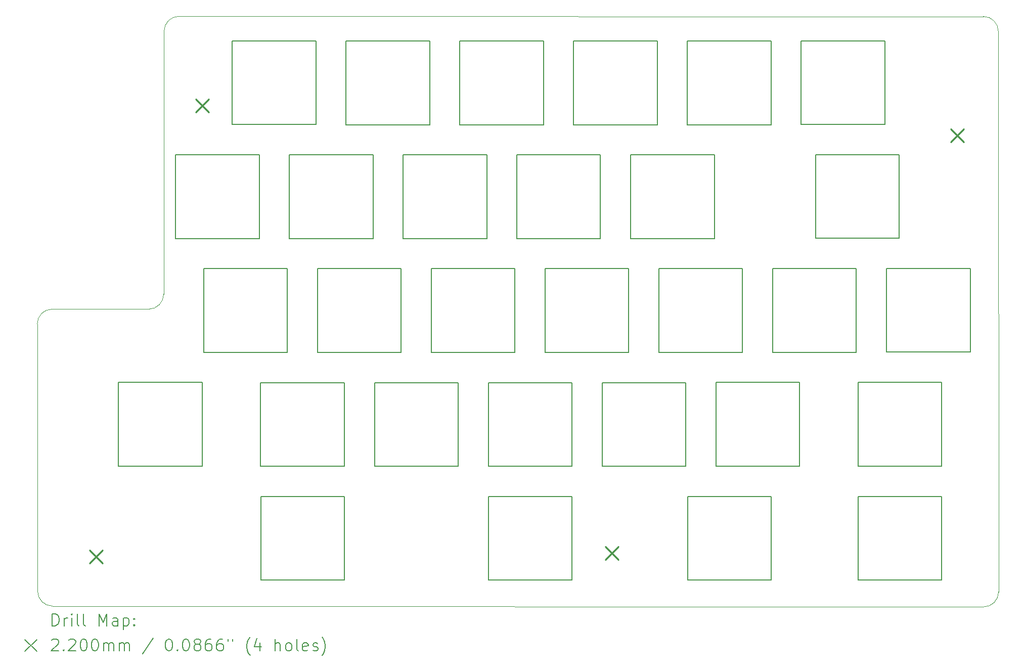
<source format=gbr>
%TF.GenerationSoftware,KiCad,Pcbnew,(6.0.7)*%
%TF.CreationDate,2022-09-08T23:08:26+00:00*%
%TF.ProjectId,top-right,746f702d-7269-4676-9874-2e6b69636164,rev?*%
%TF.SameCoordinates,Original*%
%TF.FileFunction,Drillmap*%
%TF.FilePolarity,Positive*%
%FSLAX45Y45*%
G04 Gerber Fmt 4.5, Leading zero omitted, Abs format (unit mm)*
G04 Created by KiCad (PCBNEW (6.0.7)) date 2022-09-08 23:08:26*
%MOMM*%
%LPD*%
G01*
G04 APERTURE LIST*
%ADD10C,0.150000*%
%ADD11C,0.100000*%
%ADD12C,0.200000*%
%ADD13C,0.220000*%
G04 APERTURE END LIST*
D10*
X17408000Y-5881000D02*
X17408000Y-7281000D01*
X11718000Y-9692000D02*
X13118000Y-9692000D01*
X11718000Y-11092000D02*
X13118000Y-11092000D01*
X14548000Y-3974000D02*
X14548000Y-5374000D01*
X19341000Y-11091000D02*
X19341000Y-9691000D01*
X16008000Y-5881000D02*
X17408000Y-5881000D01*
X13599000Y-5879000D02*
X13599000Y-7279000D01*
X22199000Y-9183000D02*
X23599000Y-9183000D01*
X11718000Y-11092000D02*
X11718000Y-9692000D01*
X9337000Y-11090000D02*
X9337000Y-9690000D01*
X15053000Y-3974000D02*
X16453000Y-3974000D01*
X21692000Y-7784000D02*
X21692000Y-9184000D01*
X13119000Y-11599000D02*
X13119000Y-12999000D01*
X22407000Y-5877000D02*
X22407000Y-7277000D01*
X22199000Y-7783000D02*
X23599000Y-7783000D01*
X15504000Y-5880000D02*
X15504000Y-7280000D01*
X16008000Y-7281000D02*
X16008000Y-5881000D01*
X14104000Y-7280000D02*
X14104000Y-5880000D01*
X12199000Y-5879000D02*
X13599000Y-5879000D01*
D11*
X9843121Y-8462577D02*
G75*
G03*
X10095129Y-8211576I1009J250997D01*
G01*
D10*
X17914000Y-7281000D02*
X17914000Y-5881000D01*
D11*
X23820392Y-13448998D02*
G75*
G03*
X24072400Y-13198000I1008J250998D01*
G01*
D10*
X20292000Y-9184000D02*
X21692000Y-9184000D01*
X10737000Y-9690000D02*
X10737000Y-11090000D01*
X12670000Y-7786000D02*
X14070000Y-7786000D01*
X18866000Y-12998000D02*
X20266000Y-12998000D01*
X15529000Y-9692000D02*
X16929000Y-9692000D01*
X12199000Y-7279000D02*
X12199000Y-5879000D01*
X16958000Y-5374000D02*
X16958000Y-3974000D01*
X12670000Y-9186000D02*
X14070000Y-9186000D01*
X13625000Y-11093000D02*
X13625000Y-9693000D01*
X21722000Y-9690000D02*
X23122000Y-9690000D01*
X14104000Y-7280000D02*
X15504000Y-7280000D01*
X20266000Y-11598000D02*
X20266000Y-12998000D01*
X16481000Y-9186000D02*
X17881000Y-9186000D01*
X13625000Y-11093000D02*
X15025000Y-11093000D01*
X19314000Y-5881000D02*
X19314000Y-7281000D01*
X18386000Y-9186000D02*
X18386000Y-7786000D01*
X12199000Y-7279000D02*
X13599000Y-7279000D01*
X12644000Y-3973000D02*
X12644000Y-5373000D01*
X21007000Y-5877000D02*
X22407000Y-5877000D01*
X20264000Y-3974000D02*
X20264000Y-5374000D01*
X13118000Y-9692000D02*
X13118000Y-11092000D01*
D11*
X10101000Y-3809000D02*
X10095129Y-8211576D01*
D10*
X18386000Y-9186000D02*
X19786000Y-9186000D01*
X21007000Y-7277000D02*
X22407000Y-7277000D01*
X16958000Y-3974000D02*
X18358000Y-3974000D01*
D11*
X8227000Y-8462000D02*
G75*
G03*
X7977000Y-8712000I0J-250000D01*
G01*
D10*
X19341000Y-11091000D02*
X20741000Y-11091000D01*
X15529000Y-11092000D02*
X16929000Y-11092000D01*
X18866000Y-12998000D02*
X18866000Y-11598000D01*
X13148000Y-5374000D02*
X14548000Y-5374000D01*
X18835000Y-9692000D02*
X18835000Y-11092000D01*
X22168000Y-3973000D02*
X22168000Y-5373000D01*
X19341000Y-9691000D02*
X20741000Y-9691000D01*
D11*
X10351000Y-3559000D02*
G75*
G03*
X10101000Y-3809000I0J-250000D01*
G01*
D10*
X10294000Y-7279000D02*
X10294000Y-5879000D01*
X20768000Y-3973000D02*
X22168000Y-3973000D01*
X12670000Y-9186000D02*
X12670000Y-7786000D01*
X16453000Y-3974000D02*
X16453000Y-5374000D01*
X15529000Y-12999000D02*
X15529000Y-11599000D01*
X13148000Y-5374000D02*
X13148000Y-3974000D01*
X14070000Y-7786000D02*
X14070000Y-9186000D01*
X20768000Y-5373000D02*
X22168000Y-5373000D01*
X11719000Y-12999000D02*
X11719000Y-11599000D01*
X17435000Y-9692000D02*
X18835000Y-9692000D01*
X22199000Y-9183000D02*
X22199000Y-7783000D01*
X20292000Y-7784000D02*
X21692000Y-7784000D01*
X23123000Y-11598000D02*
X23123000Y-12998000D01*
X14575000Y-9186000D02*
X14575000Y-7786000D01*
X17914000Y-5881000D02*
X19314000Y-5881000D01*
X20741000Y-9691000D02*
X20741000Y-11091000D01*
X15053000Y-5374000D02*
X16453000Y-5374000D01*
X9337000Y-11090000D02*
X10737000Y-11090000D01*
X15529000Y-11092000D02*
X15529000Y-9692000D01*
X18386000Y-7786000D02*
X19786000Y-7786000D01*
X19786000Y-7786000D02*
X19786000Y-9186000D01*
X10294000Y-5879000D02*
X11694000Y-5879000D01*
X11244000Y-5373000D02*
X12644000Y-5373000D01*
X15025000Y-9693000D02*
X15025000Y-11093000D01*
X21723000Y-12998000D02*
X21723000Y-11598000D01*
X13625000Y-9693000D02*
X15025000Y-9693000D01*
X14575000Y-9186000D02*
X15975000Y-9186000D01*
X9337000Y-9690000D02*
X10737000Y-9690000D01*
X18864000Y-5374000D02*
X18864000Y-3974000D01*
X16929000Y-9692000D02*
X16929000Y-11092000D01*
D11*
X7977400Y-8711000D02*
X7983400Y-13185000D01*
D10*
X15529000Y-12999000D02*
X16929000Y-12999000D01*
X21007000Y-5877000D02*
X21007000Y-7277000D01*
X17435000Y-11092000D02*
X18835000Y-11092000D01*
X16008000Y-7281000D02*
X17408000Y-7281000D01*
X21722000Y-11090000D02*
X23122000Y-11090000D01*
D11*
X24069402Y-3812000D02*
X24072400Y-13198000D01*
D10*
X18866000Y-11598000D02*
X20266000Y-11598000D01*
X10764000Y-9185000D02*
X10764000Y-7785000D01*
X15053000Y-5374000D02*
X15053000Y-3974000D01*
X11694000Y-5879000D02*
X11694000Y-7279000D01*
D11*
X8227000Y-8462000D02*
X9859121Y-8462574D01*
D10*
X21722000Y-11090000D02*
X21722000Y-9690000D01*
X18864000Y-3974000D02*
X20264000Y-3974000D01*
X23122000Y-9690000D02*
X23122000Y-11090000D01*
X11244000Y-5373000D02*
X11244000Y-3973000D01*
X18864000Y-5374000D02*
X20264000Y-5374000D01*
D11*
X24069402Y-3812000D02*
G75*
G03*
X23820400Y-3562000I-250002J0D01*
G01*
D10*
X10294000Y-7279000D02*
X11694000Y-7279000D01*
X11244000Y-3973000D02*
X12644000Y-3973000D01*
X11719000Y-12999000D02*
X13119000Y-12999000D01*
X16481000Y-7786000D02*
X17881000Y-7786000D01*
X15975000Y-7786000D02*
X15975000Y-9186000D01*
X15529000Y-11599000D02*
X16929000Y-11599000D01*
X20292000Y-9184000D02*
X20292000Y-7784000D01*
X16958000Y-5374000D02*
X18358000Y-5374000D01*
X17914000Y-7281000D02*
X19314000Y-7281000D01*
X17881000Y-7786000D02*
X17881000Y-9186000D01*
X16481000Y-9186000D02*
X16481000Y-7786000D01*
X23599000Y-7783000D02*
X23599000Y-9183000D01*
X11719000Y-11599000D02*
X13119000Y-11599000D01*
D11*
X10351000Y-3559000D02*
X23820400Y-3562000D01*
D10*
X10764000Y-9185000D02*
X12164000Y-9185000D01*
X18358000Y-3974000D02*
X18358000Y-5374000D01*
X16929000Y-11599000D02*
X16929000Y-12999000D01*
X13148000Y-3974000D02*
X14548000Y-3974000D01*
X14575000Y-7786000D02*
X15975000Y-7786000D01*
X14104000Y-5880000D02*
X15504000Y-5880000D01*
X12164000Y-7785000D02*
X12164000Y-9185000D01*
X10764000Y-7785000D02*
X12164000Y-7785000D01*
X20768000Y-5373000D02*
X20768000Y-3973000D01*
X21723000Y-12998000D02*
X23123000Y-12998000D01*
X17435000Y-11092000D02*
X17435000Y-9692000D01*
D11*
X23820392Y-13448998D02*
X8233400Y-13435000D01*
X7983400Y-13185000D02*
G75*
G03*
X8233400Y-13435000I250000J0D01*
G01*
D10*
X21723000Y-11598000D02*
X23123000Y-11598000D01*
D12*
D13*
X8856000Y-12498000D02*
X9076000Y-12718000D01*
X9076000Y-12498000D02*
X8856000Y-12718000D01*
X10634000Y-4943000D02*
X10854000Y-5163000D01*
X10854000Y-4943000D02*
X10634000Y-5163000D01*
X17489000Y-12435000D02*
X17709000Y-12655000D01*
X17709000Y-12435000D02*
X17489000Y-12655000D01*
X23274000Y-5445000D02*
X23494000Y-5665000D01*
X23494000Y-5445000D02*
X23274000Y-5665000D01*
D12*
X8229619Y-13764476D02*
X8229619Y-13564476D01*
X8277238Y-13564476D01*
X8305809Y-13574000D01*
X8324857Y-13593048D01*
X8334381Y-13612095D01*
X8343905Y-13650190D01*
X8343905Y-13678762D01*
X8334381Y-13716857D01*
X8324857Y-13735905D01*
X8305809Y-13754952D01*
X8277238Y-13764476D01*
X8229619Y-13764476D01*
X8429619Y-13764476D02*
X8429619Y-13631143D01*
X8429619Y-13669238D02*
X8439143Y-13650190D01*
X8448667Y-13640667D01*
X8467714Y-13631143D01*
X8486762Y-13631143D01*
X8553429Y-13764476D02*
X8553429Y-13631143D01*
X8553429Y-13564476D02*
X8543905Y-13574000D01*
X8553429Y-13583524D01*
X8562952Y-13574000D01*
X8553429Y-13564476D01*
X8553429Y-13583524D01*
X8677238Y-13764476D02*
X8658190Y-13754952D01*
X8648667Y-13735905D01*
X8648667Y-13564476D01*
X8782000Y-13764476D02*
X8762952Y-13754952D01*
X8753429Y-13735905D01*
X8753429Y-13564476D01*
X9010571Y-13764476D02*
X9010571Y-13564476D01*
X9077238Y-13707333D01*
X9143905Y-13564476D01*
X9143905Y-13764476D01*
X9324857Y-13764476D02*
X9324857Y-13659714D01*
X9315333Y-13640667D01*
X9296286Y-13631143D01*
X9258190Y-13631143D01*
X9239143Y-13640667D01*
X9324857Y-13754952D02*
X9305810Y-13764476D01*
X9258190Y-13764476D01*
X9239143Y-13754952D01*
X9229619Y-13735905D01*
X9229619Y-13716857D01*
X9239143Y-13697809D01*
X9258190Y-13688286D01*
X9305810Y-13688286D01*
X9324857Y-13678762D01*
X9420095Y-13631143D02*
X9420095Y-13831143D01*
X9420095Y-13640667D02*
X9439143Y-13631143D01*
X9477238Y-13631143D01*
X9496286Y-13640667D01*
X9505810Y-13650190D01*
X9515333Y-13669238D01*
X9515333Y-13726381D01*
X9505810Y-13745428D01*
X9496286Y-13754952D01*
X9477238Y-13764476D01*
X9439143Y-13764476D01*
X9420095Y-13754952D01*
X9601048Y-13745428D02*
X9610571Y-13754952D01*
X9601048Y-13764476D01*
X9591524Y-13754952D01*
X9601048Y-13745428D01*
X9601048Y-13764476D01*
X9601048Y-13640667D02*
X9610571Y-13650190D01*
X9601048Y-13659714D01*
X9591524Y-13650190D01*
X9601048Y-13640667D01*
X9601048Y-13659714D01*
X7772000Y-13994000D02*
X7972000Y-14194000D01*
X7972000Y-13994000D02*
X7772000Y-14194000D01*
X8220095Y-14003524D02*
X8229619Y-13994000D01*
X8248667Y-13984476D01*
X8296286Y-13984476D01*
X8315333Y-13994000D01*
X8324857Y-14003524D01*
X8334381Y-14022571D01*
X8334381Y-14041619D01*
X8324857Y-14070190D01*
X8210571Y-14184476D01*
X8334381Y-14184476D01*
X8420095Y-14165428D02*
X8429619Y-14174952D01*
X8420095Y-14184476D01*
X8410571Y-14174952D01*
X8420095Y-14165428D01*
X8420095Y-14184476D01*
X8505810Y-14003524D02*
X8515333Y-13994000D01*
X8534381Y-13984476D01*
X8582000Y-13984476D01*
X8601048Y-13994000D01*
X8610571Y-14003524D01*
X8620095Y-14022571D01*
X8620095Y-14041619D01*
X8610571Y-14070190D01*
X8496286Y-14184476D01*
X8620095Y-14184476D01*
X8743905Y-13984476D02*
X8762952Y-13984476D01*
X8782000Y-13994000D01*
X8791524Y-14003524D01*
X8801048Y-14022571D01*
X8810571Y-14060667D01*
X8810571Y-14108286D01*
X8801048Y-14146381D01*
X8791524Y-14165428D01*
X8782000Y-14174952D01*
X8762952Y-14184476D01*
X8743905Y-14184476D01*
X8724857Y-14174952D01*
X8715333Y-14165428D01*
X8705810Y-14146381D01*
X8696286Y-14108286D01*
X8696286Y-14060667D01*
X8705810Y-14022571D01*
X8715333Y-14003524D01*
X8724857Y-13994000D01*
X8743905Y-13984476D01*
X8934381Y-13984476D02*
X8953429Y-13984476D01*
X8972476Y-13994000D01*
X8982000Y-14003524D01*
X8991524Y-14022571D01*
X9001048Y-14060667D01*
X9001048Y-14108286D01*
X8991524Y-14146381D01*
X8982000Y-14165428D01*
X8972476Y-14174952D01*
X8953429Y-14184476D01*
X8934381Y-14184476D01*
X8915333Y-14174952D01*
X8905810Y-14165428D01*
X8896286Y-14146381D01*
X8886762Y-14108286D01*
X8886762Y-14060667D01*
X8896286Y-14022571D01*
X8905810Y-14003524D01*
X8915333Y-13994000D01*
X8934381Y-13984476D01*
X9086762Y-14184476D02*
X9086762Y-14051143D01*
X9086762Y-14070190D02*
X9096286Y-14060667D01*
X9115333Y-14051143D01*
X9143905Y-14051143D01*
X9162952Y-14060667D01*
X9172476Y-14079714D01*
X9172476Y-14184476D01*
X9172476Y-14079714D02*
X9182000Y-14060667D01*
X9201048Y-14051143D01*
X9229619Y-14051143D01*
X9248667Y-14060667D01*
X9258190Y-14079714D01*
X9258190Y-14184476D01*
X9353429Y-14184476D02*
X9353429Y-14051143D01*
X9353429Y-14070190D02*
X9362952Y-14060667D01*
X9382000Y-14051143D01*
X9410571Y-14051143D01*
X9429619Y-14060667D01*
X9439143Y-14079714D01*
X9439143Y-14184476D01*
X9439143Y-14079714D02*
X9448667Y-14060667D01*
X9467714Y-14051143D01*
X9496286Y-14051143D01*
X9515333Y-14060667D01*
X9524857Y-14079714D01*
X9524857Y-14184476D01*
X9915333Y-13974952D02*
X9743905Y-14232095D01*
X10172476Y-13984476D02*
X10191524Y-13984476D01*
X10210571Y-13994000D01*
X10220095Y-14003524D01*
X10229619Y-14022571D01*
X10239143Y-14060667D01*
X10239143Y-14108286D01*
X10229619Y-14146381D01*
X10220095Y-14165428D01*
X10210571Y-14174952D01*
X10191524Y-14184476D01*
X10172476Y-14184476D01*
X10153429Y-14174952D01*
X10143905Y-14165428D01*
X10134381Y-14146381D01*
X10124857Y-14108286D01*
X10124857Y-14060667D01*
X10134381Y-14022571D01*
X10143905Y-14003524D01*
X10153429Y-13994000D01*
X10172476Y-13984476D01*
X10324857Y-14165428D02*
X10334381Y-14174952D01*
X10324857Y-14184476D01*
X10315333Y-14174952D01*
X10324857Y-14165428D01*
X10324857Y-14184476D01*
X10458190Y-13984476D02*
X10477238Y-13984476D01*
X10496286Y-13994000D01*
X10505810Y-14003524D01*
X10515333Y-14022571D01*
X10524857Y-14060667D01*
X10524857Y-14108286D01*
X10515333Y-14146381D01*
X10505810Y-14165428D01*
X10496286Y-14174952D01*
X10477238Y-14184476D01*
X10458190Y-14184476D01*
X10439143Y-14174952D01*
X10429619Y-14165428D01*
X10420095Y-14146381D01*
X10410571Y-14108286D01*
X10410571Y-14060667D01*
X10420095Y-14022571D01*
X10429619Y-14003524D01*
X10439143Y-13994000D01*
X10458190Y-13984476D01*
X10639143Y-14070190D02*
X10620095Y-14060667D01*
X10610571Y-14051143D01*
X10601048Y-14032095D01*
X10601048Y-14022571D01*
X10610571Y-14003524D01*
X10620095Y-13994000D01*
X10639143Y-13984476D01*
X10677238Y-13984476D01*
X10696286Y-13994000D01*
X10705810Y-14003524D01*
X10715333Y-14022571D01*
X10715333Y-14032095D01*
X10705810Y-14051143D01*
X10696286Y-14060667D01*
X10677238Y-14070190D01*
X10639143Y-14070190D01*
X10620095Y-14079714D01*
X10610571Y-14089238D01*
X10601048Y-14108286D01*
X10601048Y-14146381D01*
X10610571Y-14165428D01*
X10620095Y-14174952D01*
X10639143Y-14184476D01*
X10677238Y-14184476D01*
X10696286Y-14174952D01*
X10705810Y-14165428D01*
X10715333Y-14146381D01*
X10715333Y-14108286D01*
X10705810Y-14089238D01*
X10696286Y-14079714D01*
X10677238Y-14070190D01*
X10886762Y-13984476D02*
X10848667Y-13984476D01*
X10829619Y-13994000D01*
X10820095Y-14003524D01*
X10801048Y-14032095D01*
X10791524Y-14070190D01*
X10791524Y-14146381D01*
X10801048Y-14165428D01*
X10810571Y-14174952D01*
X10829619Y-14184476D01*
X10867714Y-14184476D01*
X10886762Y-14174952D01*
X10896286Y-14165428D01*
X10905810Y-14146381D01*
X10905810Y-14098762D01*
X10896286Y-14079714D01*
X10886762Y-14070190D01*
X10867714Y-14060667D01*
X10829619Y-14060667D01*
X10810571Y-14070190D01*
X10801048Y-14079714D01*
X10791524Y-14098762D01*
X11077238Y-13984476D02*
X11039143Y-13984476D01*
X11020095Y-13994000D01*
X11010571Y-14003524D01*
X10991524Y-14032095D01*
X10982000Y-14070190D01*
X10982000Y-14146381D01*
X10991524Y-14165428D01*
X11001048Y-14174952D01*
X11020095Y-14184476D01*
X11058190Y-14184476D01*
X11077238Y-14174952D01*
X11086762Y-14165428D01*
X11096286Y-14146381D01*
X11096286Y-14098762D01*
X11086762Y-14079714D01*
X11077238Y-14070190D01*
X11058190Y-14060667D01*
X11020095Y-14060667D01*
X11001048Y-14070190D01*
X10991524Y-14079714D01*
X10982000Y-14098762D01*
X11172476Y-13984476D02*
X11172476Y-14022571D01*
X11248667Y-13984476D02*
X11248667Y-14022571D01*
X11543905Y-14260667D02*
X11534381Y-14251143D01*
X11515333Y-14222571D01*
X11505809Y-14203524D01*
X11496286Y-14174952D01*
X11486762Y-14127333D01*
X11486762Y-14089238D01*
X11496286Y-14041619D01*
X11505809Y-14013048D01*
X11515333Y-13994000D01*
X11534381Y-13965428D01*
X11543905Y-13955905D01*
X11705809Y-14051143D02*
X11705809Y-14184476D01*
X11658190Y-13974952D02*
X11610571Y-14117809D01*
X11734381Y-14117809D01*
X11962952Y-14184476D02*
X11962952Y-13984476D01*
X12048667Y-14184476D02*
X12048667Y-14079714D01*
X12039143Y-14060667D01*
X12020095Y-14051143D01*
X11991524Y-14051143D01*
X11972476Y-14060667D01*
X11962952Y-14070190D01*
X12172476Y-14184476D02*
X12153428Y-14174952D01*
X12143905Y-14165428D01*
X12134381Y-14146381D01*
X12134381Y-14089238D01*
X12143905Y-14070190D01*
X12153428Y-14060667D01*
X12172476Y-14051143D01*
X12201048Y-14051143D01*
X12220095Y-14060667D01*
X12229619Y-14070190D01*
X12239143Y-14089238D01*
X12239143Y-14146381D01*
X12229619Y-14165428D01*
X12220095Y-14174952D01*
X12201048Y-14184476D01*
X12172476Y-14184476D01*
X12353428Y-14184476D02*
X12334381Y-14174952D01*
X12324857Y-14155905D01*
X12324857Y-13984476D01*
X12505809Y-14174952D02*
X12486762Y-14184476D01*
X12448667Y-14184476D01*
X12429619Y-14174952D01*
X12420095Y-14155905D01*
X12420095Y-14079714D01*
X12429619Y-14060667D01*
X12448667Y-14051143D01*
X12486762Y-14051143D01*
X12505809Y-14060667D01*
X12515333Y-14079714D01*
X12515333Y-14098762D01*
X12420095Y-14117809D01*
X12591524Y-14174952D02*
X12610571Y-14184476D01*
X12648667Y-14184476D01*
X12667714Y-14174952D01*
X12677238Y-14155905D01*
X12677238Y-14146381D01*
X12667714Y-14127333D01*
X12648667Y-14117809D01*
X12620095Y-14117809D01*
X12601048Y-14108286D01*
X12591524Y-14089238D01*
X12591524Y-14079714D01*
X12601048Y-14060667D01*
X12620095Y-14051143D01*
X12648667Y-14051143D01*
X12667714Y-14060667D01*
X12743905Y-14260667D02*
X12753428Y-14251143D01*
X12772476Y-14222571D01*
X12782000Y-14203524D01*
X12791524Y-14174952D01*
X12801048Y-14127333D01*
X12801048Y-14089238D01*
X12791524Y-14041619D01*
X12782000Y-14013048D01*
X12772476Y-13994000D01*
X12753428Y-13965428D01*
X12743905Y-13955905D01*
M02*

</source>
